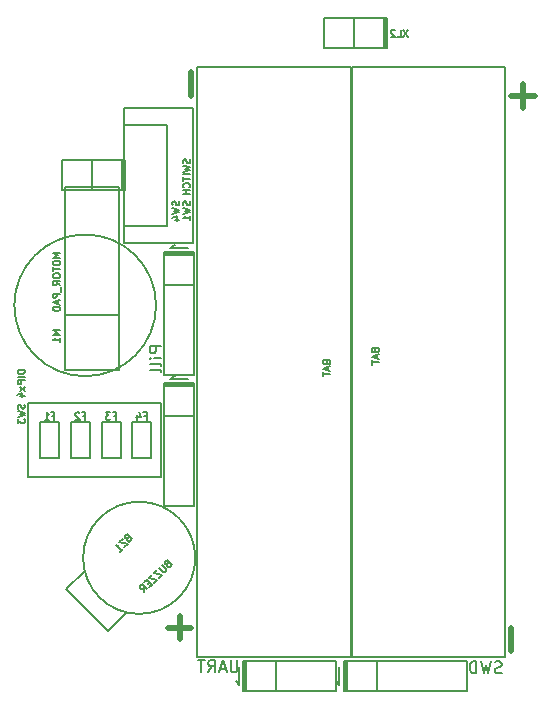
<source format=gbo>
G04 #@! TF.FileFunction,Legend,Bot*
%FSLAX46Y46*%
G04 Gerber Fmt 4.6, Leading zero omitted, Abs format (unit mm)*
G04 Created by KiCad (PCBNEW (after 2015-mar-04 BZR unknown)-product) date 12.05.2015 11:57:38*
%MOMM*%
G01*
G04 APERTURE LIST*
%ADD10C,0.100000*%
%ADD11C,0.200000*%
%ADD12C,0.150000*%
%ADD13C,0.500380*%
%ADD14C,0.149860*%
G04 APERTURE END LIST*
D10*
D11*
X117652381Y-81676190D02*
X116652381Y-81676190D01*
X116652381Y-82057143D01*
X116700000Y-82152381D01*
X116747619Y-82200000D01*
X116842857Y-82247619D01*
X116985714Y-82247619D01*
X117080952Y-82200000D01*
X117128571Y-82152381D01*
X117176190Y-82057143D01*
X117176190Y-81676190D01*
X117652381Y-82676190D02*
X116985714Y-82676190D01*
X116652381Y-82676190D02*
X116700000Y-82628571D01*
X116747619Y-82676190D01*
X116700000Y-82723809D01*
X116652381Y-82676190D01*
X116747619Y-82676190D01*
X117652381Y-83295237D02*
X117604762Y-83199999D01*
X117509524Y-83152380D01*
X116652381Y-83152380D01*
X117652381Y-83819047D02*
X117604762Y-83723809D01*
X117509524Y-83676190D01*
X116652381Y-83676190D01*
X124095238Y-108252381D02*
X124095238Y-109061905D01*
X124047619Y-109157143D01*
X124000000Y-109204762D01*
X123904762Y-109252381D01*
X123714285Y-109252381D01*
X123619047Y-109204762D01*
X123571428Y-109157143D01*
X123523809Y-109061905D01*
X123523809Y-108252381D01*
X123095238Y-108966667D02*
X122619047Y-108966667D01*
X123190476Y-109252381D02*
X122857143Y-108252381D01*
X122523809Y-109252381D01*
X121619047Y-109252381D02*
X121952381Y-108776190D01*
X122190476Y-109252381D02*
X122190476Y-108252381D01*
X121809523Y-108252381D01*
X121714285Y-108300000D01*
X121666666Y-108347619D01*
X121619047Y-108442857D01*
X121619047Y-108585714D01*
X121666666Y-108680952D01*
X121714285Y-108728571D01*
X121809523Y-108776190D01*
X122190476Y-108776190D01*
X121333333Y-108252381D02*
X120761904Y-108252381D01*
X121047619Y-109252381D02*
X121047619Y-108252381D01*
X146457143Y-109304762D02*
X146314286Y-109352381D01*
X146076190Y-109352381D01*
X145980952Y-109304762D01*
X145933333Y-109257143D01*
X145885714Y-109161905D01*
X145885714Y-109066667D01*
X145933333Y-108971429D01*
X145980952Y-108923810D01*
X146076190Y-108876190D01*
X146266667Y-108828571D01*
X146361905Y-108780952D01*
X146409524Y-108733333D01*
X146457143Y-108638095D01*
X146457143Y-108542857D01*
X146409524Y-108447619D01*
X146361905Y-108400000D01*
X146266667Y-108352381D01*
X146028571Y-108352381D01*
X145885714Y-108400000D01*
X145552381Y-108352381D02*
X145314286Y-109352381D01*
X145123809Y-108638095D01*
X144933333Y-109352381D01*
X144695238Y-108352381D01*
X144314286Y-109352381D02*
X144314286Y-108352381D01*
X144076191Y-108352381D01*
X143933333Y-108400000D01*
X143838095Y-108495238D01*
X143790476Y-108590476D01*
X143742857Y-108780952D01*
X143742857Y-108923810D01*
X143790476Y-109114286D01*
X143838095Y-109209524D01*
X143933333Y-109304762D01*
X144076191Y-109352381D01*
X144314286Y-109352381D01*
X117200000Y-78200000D02*
G75*
G03X117200000Y-78200000I-6000000J0D01*
G01*
D12*
X133783000Y-107981300D02*
X146783000Y-107981300D01*
X146783000Y-107981300D02*
X146783000Y-57981300D01*
X146783000Y-57981300D02*
X133783000Y-57981300D01*
X133783000Y-57981300D02*
X133783000Y-107981300D01*
D13*
X147283360Y-107481880D02*
X147283360Y-105480360D01*
X149284120Y-60481480D02*
X147282600Y-60481480D01*
X148283360Y-61482240D02*
X148283360Y-59483260D01*
D12*
X111353918Y-103993982D02*
X109586604Y-102226668D01*
X109586604Y-102226668D02*
X111143780Y-100669491D01*
X111353918Y-103993982D02*
X113121232Y-105761296D01*
X113121232Y-105761296D02*
X114712534Y-104169995D01*
X120523800Y-99573900D02*
G75*
G03X120523800Y-99573900I-4749800J0D01*
G01*
X124703000Y-108330000D02*
X124830000Y-108330000D01*
X124576000Y-110870000D02*
X124703000Y-110870000D01*
X124830000Y-110870000D02*
X132450000Y-110870000D01*
X132450000Y-108330000D02*
X124830000Y-108330000D01*
X124195000Y-108838000D02*
X124195000Y-110362000D01*
X124195000Y-110362000D02*
X123941000Y-109981000D01*
X127370000Y-108330000D02*
X127370000Y-110870000D01*
X132450000Y-108330000D02*
X132450000Y-110870000D01*
X124576000Y-110870000D02*
X124576000Y-108330000D01*
X124576000Y-108330000D02*
X124703000Y-108330000D01*
X124703000Y-108330000D02*
X124703000Y-110870000D01*
X124703000Y-110870000D02*
X124830000Y-110870000D01*
X124830000Y-110870000D02*
X124830000Y-108330000D01*
X131390000Y-56370000D02*
X136470000Y-56370000D01*
X131390000Y-53830000D02*
X136470000Y-53830000D01*
X136597000Y-56370000D02*
X136470000Y-56370000D01*
X136470000Y-53830000D02*
X136724000Y-53830000D01*
X136724000Y-53830000D02*
X136724000Y-56370000D01*
X136724000Y-56370000D02*
X136597000Y-56370000D01*
X136597000Y-56370000D02*
X136597000Y-53957000D01*
X133930000Y-53830000D02*
X133930000Y-56370000D01*
X131390000Y-53830000D02*
X131390000Y-56370000D01*
X136470000Y-56370000D02*
X136470000Y-53830000D01*
X132695000Y-108838000D02*
X132695000Y-110362000D01*
X132695000Y-110362000D02*
X132441000Y-109981000D01*
X135870000Y-108330000D02*
X135870000Y-110870000D01*
X133076000Y-108330000D02*
X143490000Y-108330000D01*
X143490000Y-108330000D02*
X143490000Y-110870000D01*
X143490000Y-110870000D02*
X133076000Y-110870000D01*
X133076000Y-110870000D02*
X133076000Y-108330000D01*
X133076000Y-108330000D02*
X133203000Y-108330000D01*
X133203000Y-108330000D02*
X133203000Y-110870000D01*
X133203000Y-110870000D02*
X133330000Y-110870000D01*
X133330000Y-110870000D02*
X133330000Y-108330000D01*
X119908000Y-73309200D02*
X118384000Y-73309200D01*
X118384000Y-73309200D02*
X118765000Y-73055200D01*
X120416000Y-76484200D02*
X117876000Y-76484200D01*
X120416000Y-73690200D02*
X120416000Y-84104200D01*
X120416000Y-84104200D02*
X117876000Y-84104200D01*
X117876000Y-84104200D02*
X117876000Y-73690200D01*
X117876000Y-73690200D02*
X120416000Y-73690200D01*
X120416000Y-73690200D02*
X120416000Y-73817200D01*
X120416000Y-73817200D02*
X117876000Y-73817200D01*
X117876000Y-73817200D02*
X117876000Y-73944200D01*
X117876000Y-73944200D02*
X120416000Y-73944200D01*
X119908000Y-84396100D02*
X118384000Y-84396100D01*
X118384000Y-84396100D02*
X118765000Y-84142100D01*
X120416000Y-87571100D02*
X117876000Y-87571100D01*
X120416000Y-84777100D02*
X120416000Y-95191100D01*
X120416000Y-95191100D02*
X117876000Y-95191100D01*
X117876000Y-95191100D02*
X117876000Y-84777100D01*
X117876000Y-84777100D02*
X120416000Y-84777100D01*
X120416000Y-84777100D02*
X120416000Y-84904100D01*
X120416000Y-84904100D02*
X117876000Y-84904100D01*
X117876000Y-84904100D02*
X117876000Y-85031100D01*
X117876000Y-85031100D02*
X120416000Y-85031100D01*
X111816000Y-68470000D02*
X111816000Y-65930000D01*
X114610000Y-68470000D02*
X109276000Y-68470000D01*
X109276000Y-68470000D02*
X109276000Y-65930000D01*
X109276000Y-65930000D02*
X114610000Y-65930000D01*
X114610000Y-65930000D02*
X114610000Y-68470000D01*
X114610000Y-68470000D02*
X114483000Y-68470000D01*
X114483000Y-68470000D02*
X114483000Y-65930000D01*
X114483000Y-65930000D02*
X114356000Y-65930000D01*
X114356000Y-65930000D02*
X114356000Y-68470000D01*
X114500000Y-61500000D02*
X114500000Y-72900000D01*
X114500000Y-72900000D02*
X117400000Y-72900000D01*
X117400000Y-72900000D02*
X120300000Y-72900000D01*
X120300000Y-72900000D02*
X120300000Y-61500000D01*
X120300000Y-61500000D02*
X114500000Y-61500000D01*
X133695000Y-57981300D02*
X120695000Y-57981300D01*
X120695000Y-57981300D02*
X120695000Y-107981300D01*
X120695000Y-107981300D02*
X133695000Y-107981300D01*
X133695000Y-107981300D02*
X133695000Y-57981300D01*
D13*
X120194640Y-58480720D02*
X120194640Y-60482240D01*
X118193880Y-105481120D02*
X120195400Y-105481120D01*
X119194640Y-104480360D02*
X119194640Y-106479340D01*
D12*
X108200000Y-91100000D02*
X109000000Y-91100000D01*
X109000000Y-91100000D02*
X109000000Y-88100000D01*
X109000000Y-88100000D02*
X107400000Y-88100000D01*
X107400000Y-88100000D02*
X107400000Y-91100000D01*
X107400000Y-91100000D02*
X108200000Y-91100000D01*
X110800000Y-91100000D02*
X111600000Y-91100000D01*
X111600000Y-91100000D02*
X111600000Y-88100000D01*
X111600000Y-88100000D02*
X110000000Y-88100000D01*
X110000000Y-88100000D02*
X110000000Y-91100000D01*
X110000000Y-91100000D02*
X110800000Y-91100000D01*
X113400000Y-91100000D02*
X114200000Y-91100000D01*
X114200000Y-91100000D02*
X114200000Y-88100000D01*
X114200000Y-88100000D02*
X112600000Y-88100000D01*
X112600000Y-88100000D02*
X112600000Y-91100000D01*
X112600000Y-91100000D02*
X113400000Y-91100000D01*
X116000000Y-91100000D02*
X116800000Y-91100000D01*
X116800000Y-91100000D02*
X116800000Y-88100000D01*
X116800000Y-88100000D02*
X115200000Y-88100000D01*
X115200000Y-88100000D02*
X115200000Y-91100000D01*
X115200000Y-91100000D02*
X116000000Y-91100000D01*
X118104500Y-62900000D02*
X114504500Y-62900000D01*
X114504500Y-62900000D02*
X114504500Y-71500000D01*
X114504500Y-71500000D02*
X118104500Y-71500000D01*
X118104500Y-71500000D02*
X118104500Y-62900000D01*
D11*
X109500000Y-79000000D02*
X109500000Y-83700000D01*
X109500000Y-83700000D02*
X114100000Y-83700000D01*
X114100000Y-83700000D02*
X114100000Y-79000000D01*
X111800000Y-68200000D02*
X109500000Y-68200000D01*
X109500000Y-68200000D02*
X109500000Y-79000000D01*
X109500000Y-79000000D02*
X114100000Y-79000000D01*
X114100000Y-79000000D02*
X114100000Y-68200000D01*
X114100000Y-68200000D02*
X111800000Y-68200000D01*
D12*
X117600000Y-92700000D02*
X117600000Y-86500000D01*
X117600000Y-86500000D02*
X106400000Y-86500000D01*
X106400000Y-86500000D02*
X106400000Y-92700000D01*
X106400000Y-92700000D02*
X117600000Y-92700000D01*
X135739263Y-82038063D02*
X135767834Y-82123777D01*
X135796406Y-82152349D01*
X135853549Y-82180920D01*
X135939263Y-82180920D01*
X135996406Y-82152349D01*
X136024977Y-82123777D01*
X136053549Y-82066635D01*
X136053549Y-81838063D01*
X135453549Y-81838063D01*
X135453549Y-82038063D01*
X135482120Y-82095206D01*
X135510691Y-82123777D01*
X135567834Y-82152349D01*
X135624977Y-82152349D01*
X135682120Y-82123777D01*
X135710691Y-82095206D01*
X135739263Y-82038063D01*
X135739263Y-81838063D01*
X135882120Y-82409492D02*
X135882120Y-82695206D01*
X136053549Y-82352349D02*
X135453549Y-82552349D01*
X136053549Y-82752349D01*
X135453549Y-82866635D02*
X135453549Y-83209492D01*
X136053549Y-83038063D02*
X135453549Y-83038063D01*
D14*
X114807810Y-97932737D02*
X114767442Y-98013474D01*
X114767442Y-98053842D01*
X114787626Y-98114395D01*
X114848178Y-98174948D01*
X114908731Y-98195132D01*
X114949099Y-98195131D01*
X115009652Y-98174948D01*
X115171125Y-98013474D01*
X114747257Y-97589606D01*
X114605968Y-97730895D01*
X114585784Y-97791448D01*
X114585784Y-97831816D01*
X114605968Y-97892369D01*
X114646337Y-97932737D01*
X114706889Y-97952921D01*
X114747257Y-97952922D01*
X114807810Y-97932737D01*
X114949099Y-97791448D01*
X114363758Y-97973105D02*
X114081179Y-98255684D01*
X114787626Y-98396973D01*
X114505047Y-98679552D01*
X114121548Y-99063052D02*
X114363758Y-98820841D01*
X114242652Y-98941947D02*
X113818784Y-98518079D01*
X113919706Y-98538263D01*
X114000442Y-98538263D01*
X114060995Y-98518079D01*
X118158129Y-100099887D02*
X118117761Y-100180623D01*
X118117760Y-100220991D01*
X118137945Y-100281545D01*
X118198497Y-100342097D01*
X118259050Y-100362281D01*
X118299418Y-100362281D01*
X118359970Y-100342097D01*
X118521444Y-100180623D01*
X118097576Y-99756755D01*
X117956287Y-99898044D01*
X117936102Y-99958598D01*
X117936103Y-99998966D01*
X117956287Y-100059518D01*
X117996655Y-100099887D01*
X118057208Y-100120070D01*
X118097576Y-100120071D01*
X118158129Y-100099887D01*
X118299418Y-99958598D01*
X117673708Y-100180623D02*
X118016839Y-100523755D01*
X118037023Y-100584308D01*
X118037023Y-100624675D01*
X118016839Y-100685228D01*
X117936102Y-100765965D01*
X117875550Y-100786149D01*
X117835182Y-100786149D01*
X117774629Y-100765965D01*
X117431498Y-100422834D01*
X117270024Y-100584307D02*
X116987445Y-100866886D01*
X117693892Y-101008175D01*
X117411313Y-101290754D01*
X116866340Y-100987991D02*
X116583761Y-101270570D01*
X117290208Y-101411859D01*
X117007629Y-101694438D01*
X116624130Y-101633886D02*
X116482841Y-101775175D01*
X116644314Y-102057753D02*
X116846156Y-101855911D01*
X116422288Y-101432043D01*
X116220446Y-101633885D01*
X116220446Y-102481621D02*
X116159894Y-102138490D01*
X116462657Y-102239411D02*
X116038788Y-101815543D01*
X115877315Y-101977016D01*
X115857131Y-102037569D01*
X115857131Y-102077937D01*
X115877315Y-102138490D01*
X115937868Y-102199043D01*
X115998420Y-102219226D01*
X116038789Y-102219226D01*
X116099342Y-102199043D01*
X116260815Y-102037569D01*
D12*
X138528572Y-54871429D02*
X138128572Y-55471429D01*
X138128572Y-54871429D02*
X138528572Y-55471429D01*
X137614286Y-55471429D02*
X137900000Y-55471429D01*
X137900000Y-54871429D01*
X137442857Y-54928571D02*
X137414286Y-54900000D01*
X137357143Y-54871429D01*
X137214286Y-54871429D01*
X137157143Y-54900000D01*
X137128572Y-54928571D01*
X137100000Y-54985714D01*
X137100000Y-55042857D01*
X137128572Y-55128571D01*
X137471429Y-55471429D01*
X137100000Y-55471429D01*
X120042857Y-69400000D02*
X120071429Y-69485714D01*
X120071429Y-69628571D01*
X120042857Y-69685714D01*
X120014286Y-69714285D01*
X119957143Y-69742857D01*
X119900000Y-69742857D01*
X119842857Y-69714285D01*
X119814286Y-69685714D01*
X119785714Y-69628571D01*
X119757143Y-69514285D01*
X119728571Y-69457143D01*
X119700000Y-69428571D01*
X119642857Y-69400000D01*
X119585714Y-69400000D01*
X119528571Y-69428571D01*
X119500000Y-69457143D01*
X119471429Y-69514285D01*
X119471429Y-69657143D01*
X119500000Y-69742857D01*
X119471429Y-69942857D02*
X120071429Y-70085714D01*
X119642857Y-70200000D01*
X120071429Y-70314286D01*
X119471429Y-70457143D01*
X120071429Y-71000000D02*
X120071429Y-70657143D01*
X120071429Y-70828571D02*
X119471429Y-70828571D01*
X119557143Y-70771428D01*
X119614286Y-70714286D01*
X119642857Y-70657143D01*
X120055857Y-65827001D02*
X120084429Y-65912715D01*
X120084429Y-66055572D01*
X120055857Y-66112715D01*
X120027286Y-66141286D01*
X119970143Y-66169858D01*
X119913000Y-66169858D01*
X119855857Y-66141286D01*
X119827286Y-66112715D01*
X119798714Y-66055572D01*
X119770143Y-65941286D01*
X119741571Y-65884144D01*
X119713000Y-65855572D01*
X119655857Y-65827001D01*
X119598714Y-65827001D01*
X119541571Y-65855572D01*
X119513000Y-65884144D01*
X119484429Y-65941286D01*
X119484429Y-66084144D01*
X119513000Y-66169858D01*
X119484429Y-66369858D02*
X120084429Y-66512715D01*
X119655857Y-66627001D01*
X120084429Y-66741287D01*
X119484429Y-66884144D01*
X120084429Y-67112715D02*
X119484429Y-67112715D01*
X119484429Y-67312715D02*
X119484429Y-67655572D01*
X120084429Y-67484143D02*
X119484429Y-67484143D01*
X120027286Y-68198429D02*
X120055857Y-68169858D01*
X120084429Y-68084144D01*
X120084429Y-68027001D01*
X120055857Y-67941286D01*
X119998714Y-67884144D01*
X119941571Y-67855572D01*
X119827286Y-67827001D01*
X119741571Y-67827001D01*
X119627286Y-67855572D01*
X119570143Y-67884144D01*
X119513000Y-67941286D01*
X119484429Y-68027001D01*
X119484429Y-68084144D01*
X119513000Y-68169858D01*
X119541571Y-68198429D01*
X120084429Y-68455572D02*
X119484429Y-68455572D01*
X119770143Y-68455572D02*
X119770143Y-68798429D01*
X120084429Y-68798429D02*
X119484429Y-68798429D01*
X131653023Y-83038823D02*
X131681594Y-83124537D01*
X131710166Y-83153109D01*
X131767309Y-83181680D01*
X131853023Y-83181680D01*
X131910166Y-83153109D01*
X131938737Y-83124537D01*
X131967309Y-83067395D01*
X131967309Y-82838823D01*
X131367309Y-82838823D01*
X131367309Y-83038823D01*
X131395880Y-83095966D01*
X131424451Y-83124537D01*
X131481594Y-83153109D01*
X131538737Y-83153109D01*
X131595880Y-83124537D01*
X131624451Y-83095966D01*
X131653023Y-83038823D01*
X131653023Y-82838823D01*
X131795880Y-83410252D02*
X131795880Y-83695966D01*
X131967309Y-83353109D02*
X131367309Y-83553109D01*
X131967309Y-83753109D01*
X131367309Y-83867395D02*
X131367309Y-84210252D01*
X131967309Y-84038823D02*
X131367309Y-84038823D01*
X108400000Y-87557143D02*
X108600000Y-87557143D01*
X108600000Y-87871429D02*
X108600000Y-87271429D01*
X108314286Y-87271429D01*
X107771428Y-87871429D02*
X108114285Y-87871429D01*
X107942857Y-87871429D02*
X107942857Y-87271429D01*
X108000000Y-87357143D01*
X108057142Y-87414286D01*
X108114285Y-87442857D01*
X111000000Y-87557143D02*
X111200000Y-87557143D01*
X111200000Y-87871429D02*
X111200000Y-87271429D01*
X110914286Y-87271429D01*
X110714285Y-87328571D02*
X110685714Y-87300000D01*
X110628571Y-87271429D01*
X110485714Y-87271429D01*
X110428571Y-87300000D01*
X110400000Y-87328571D01*
X110371428Y-87385714D01*
X110371428Y-87442857D01*
X110400000Y-87528571D01*
X110742857Y-87871429D01*
X110371428Y-87871429D01*
X113600000Y-87557143D02*
X113800000Y-87557143D01*
X113800000Y-87871429D02*
X113800000Y-87271429D01*
X113514286Y-87271429D01*
X113342857Y-87271429D02*
X112971428Y-87271429D01*
X113171428Y-87500000D01*
X113085714Y-87500000D01*
X113028571Y-87528571D01*
X113000000Y-87557143D01*
X112971428Y-87614286D01*
X112971428Y-87757143D01*
X113000000Y-87814286D01*
X113028571Y-87842857D01*
X113085714Y-87871429D01*
X113257142Y-87871429D01*
X113314285Y-87842857D01*
X113342857Y-87814286D01*
X116200000Y-87557143D02*
X116400000Y-87557143D01*
X116400000Y-87871429D02*
X116400000Y-87271429D01*
X116114286Y-87271429D01*
X115628571Y-87471429D02*
X115628571Y-87871429D01*
X115771428Y-87242857D02*
X115914285Y-87671429D01*
X115542857Y-87671429D01*
X119147357Y-69400000D02*
X119175929Y-69485714D01*
X119175929Y-69628571D01*
X119147357Y-69685714D01*
X119118786Y-69714285D01*
X119061643Y-69742857D01*
X119004500Y-69742857D01*
X118947357Y-69714285D01*
X118918786Y-69685714D01*
X118890214Y-69628571D01*
X118861643Y-69514285D01*
X118833071Y-69457143D01*
X118804500Y-69428571D01*
X118747357Y-69400000D01*
X118690214Y-69400000D01*
X118633071Y-69428571D01*
X118604500Y-69457143D01*
X118575929Y-69514285D01*
X118575929Y-69657143D01*
X118604500Y-69742857D01*
X118575929Y-69942857D02*
X119175929Y-70085714D01*
X118747357Y-70200000D01*
X119175929Y-70314286D01*
X118575929Y-70457143D01*
X118775929Y-70942857D02*
X119175929Y-70942857D01*
X118547357Y-70800000D02*
X118975929Y-70657143D01*
X118975929Y-71028571D01*
X109071429Y-80314286D02*
X108471429Y-80314286D01*
X108900000Y-80514286D01*
X108471429Y-80714286D01*
X109071429Y-80714286D01*
X109071429Y-81314286D02*
X109071429Y-80971429D01*
X109071429Y-81142857D02*
X108471429Y-81142857D01*
X108557143Y-81085714D01*
X108614286Y-81028572D01*
X108642857Y-80971429D01*
X109071429Y-73757143D02*
X108471429Y-73757143D01*
X108900000Y-73957143D01*
X108471429Y-74157143D01*
X109071429Y-74157143D01*
X108471429Y-74557143D02*
X108471429Y-74671429D01*
X108500000Y-74728571D01*
X108557143Y-74785714D01*
X108671429Y-74814286D01*
X108871429Y-74814286D01*
X108985714Y-74785714D01*
X109042857Y-74728571D01*
X109071429Y-74671429D01*
X109071429Y-74557143D01*
X109042857Y-74500000D01*
X108985714Y-74442857D01*
X108871429Y-74414286D01*
X108671429Y-74414286D01*
X108557143Y-74442857D01*
X108500000Y-74500000D01*
X108471429Y-74557143D01*
X108471429Y-74985714D02*
X108471429Y-75328571D01*
X109071429Y-75157142D02*
X108471429Y-75157142D01*
X108471429Y-75642857D02*
X108471429Y-75757143D01*
X108500000Y-75814285D01*
X108557143Y-75871428D01*
X108671429Y-75900000D01*
X108871429Y-75900000D01*
X108985714Y-75871428D01*
X109042857Y-75814285D01*
X109071429Y-75757143D01*
X109071429Y-75642857D01*
X109042857Y-75585714D01*
X108985714Y-75528571D01*
X108871429Y-75500000D01*
X108671429Y-75500000D01*
X108557143Y-75528571D01*
X108500000Y-75585714D01*
X108471429Y-75642857D01*
X109071429Y-76499999D02*
X108785714Y-76299999D01*
X109071429Y-76157142D02*
X108471429Y-76157142D01*
X108471429Y-76385714D01*
X108500000Y-76442856D01*
X108528571Y-76471428D01*
X108585714Y-76499999D01*
X108671429Y-76499999D01*
X108728571Y-76471428D01*
X108757143Y-76442856D01*
X108785714Y-76385714D01*
X108785714Y-76157142D01*
X109128571Y-76614285D02*
X109128571Y-77071428D01*
X109071429Y-77214285D02*
X108471429Y-77214285D01*
X108471429Y-77442857D01*
X108500000Y-77499999D01*
X108528571Y-77528571D01*
X108585714Y-77557142D01*
X108671429Y-77557142D01*
X108728571Y-77528571D01*
X108757143Y-77499999D01*
X108785714Y-77442857D01*
X108785714Y-77214285D01*
X108900000Y-77785714D02*
X108900000Y-78071428D01*
X109071429Y-77728571D02*
X108471429Y-77928571D01*
X109071429Y-78128571D01*
X109071429Y-78328571D02*
X108471429Y-78328571D01*
X108471429Y-78471428D01*
X108500000Y-78557143D01*
X108557143Y-78614285D01*
X108614286Y-78642857D01*
X108728571Y-78671428D01*
X108814286Y-78671428D01*
X108928571Y-78642857D01*
X108985714Y-78614285D01*
X109042857Y-78557143D01*
X109071429Y-78471428D01*
X109071429Y-78328571D01*
X106042857Y-86600000D02*
X106071429Y-86685714D01*
X106071429Y-86828571D01*
X106042857Y-86885714D01*
X106014286Y-86914285D01*
X105957143Y-86942857D01*
X105900000Y-86942857D01*
X105842857Y-86914285D01*
X105814286Y-86885714D01*
X105785714Y-86828571D01*
X105757143Y-86714285D01*
X105728571Y-86657143D01*
X105700000Y-86628571D01*
X105642857Y-86600000D01*
X105585714Y-86600000D01*
X105528571Y-86628571D01*
X105500000Y-86657143D01*
X105471429Y-86714285D01*
X105471429Y-86857143D01*
X105500000Y-86942857D01*
X105471429Y-87142857D02*
X106071429Y-87285714D01*
X105642857Y-87400000D01*
X106071429Y-87514286D01*
X105471429Y-87657143D01*
X105471429Y-87828571D02*
X105471429Y-88200000D01*
X105700000Y-88000000D01*
X105700000Y-88085714D01*
X105728571Y-88142857D01*
X105757143Y-88171428D01*
X105814286Y-88200000D01*
X105957143Y-88200000D01*
X106014286Y-88171428D01*
X106042857Y-88142857D01*
X106071429Y-88085714D01*
X106071429Y-87914286D01*
X106042857Y-87857143D01*
X106014286Y-87828571D01*
X106071429Y-83671429D02*
X105471429Y-83671429D01*
X105471429Y-83814286D01*
X105500000Y-83900001D01*
X105557143Y-83957143D01*
X105614286Y-83985715D01*
X105728571Y-84014286D01*
X105814286Y-84014286D01*
X105928571Y-83985715D01*
X105985714Y-83957143D01*
X106042857Y-83900001D01*
X106071429Y-83814286D01*
X106071429Y-83671429D01*
X106071429Y-84271429D02*
X105471429Y-84271429D01*
X106071429Y-84557143D02*
X105471429Y-84557143D01*
X105471429Y-84785715D01*
X105500000Y-84842857D01*
X105528571Y-84871429D01*
X105585714Y-84900000D01*
X105671429Y-84900000D01*
X105728571Y-84871429D01*
X105757143Y-84842857D01*
X105785714Y-84785715D01*
X105785714Y-84557143D01*
X106071429Y-85100000D02*
X105671429Y-85414286D01*
X105671429Y-85100000D02*
X106071429Y-85414286D01*
X105671429Y-85900000D02*
X106071429Y-85900000D01*
X105442857Y-85757143D02*
X105871429Y-85614286D01*
X105871429Y-85985714D01*
M02*

</source>
